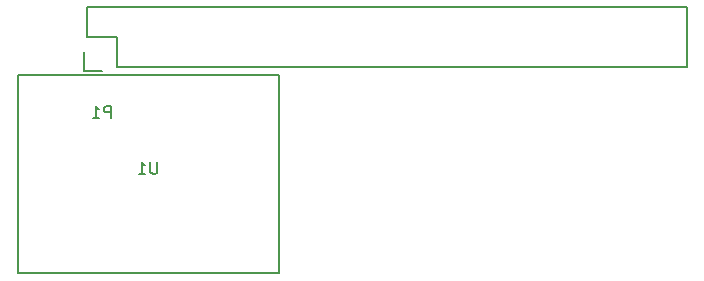
<source format=gbr>
G04 #@! TF.FileFunction,Legend,Bot*
%FSLAX46Y46*%
G04 Gerber Fmt 4.6, Leading zero omitted, Abs format (unit mm)*
G04 Created by KiCad (PCBNEW 4.0.2+dfsg1-stable) date ថ្ងៃ​ព្រហស្បតិ៍ ថ្ងៃ 15 ខែ មិនា ឆ្នាំ  2018, 15 ម៉ោង m នាទី 55 វិនាទី​*
%MOMM*%
G01*
G04 APERTURE LIST*
%ADD10C,0.100000*%
%ADD11C,0.150000*%
G04 APERTURE END LIST*
D10*
D11*
X178960000Y-94530000D02*
X128160000Y-94530000D01*
X130700000Y-99610000D02*
X178960000Y-99610000D01*
X178960000Y-94530000D02*
X178960000Y-99610000D01*
X128160000Y-94530000D02*
X128160000Y-97070000D01*
X129430000Y-99890000D02*
X127880000Y-99890000D01*
X128160000Y-97070000D02*
X130700000Y-97070000D01*
X130700000Y-97070000D02*
X130700000Y-99610000D01*
X127880000Y-99890000D02*
X127880000Y-98340000D01*
X144399000Y-100294000D02*
X122301000Y-100294000D01*
X144399000Y-117058000D02*
X144399000Y-100294000D01*
X122301000Y-117058000D02*
X144399000Y-117058000D01*
X122301000Y-117058000D02*
X122301000Y-100294000D01*
X130168095Y-103892381D02*
X130168095Y-102892381D01*
X129787142Y-102892381D01*
X129691904Y-102940000D01*
X129644285Y-102987619D01*
X129596666Y-103082857D01*
X129596666Y-103225714D01*
X129644285Y-103320952D01*
X129691904Y-103368571D01*
X129787142Y-103416190D01*
X130168095Y-103416190D01*
X128644285Y-103892381D02*
X129215714Y-103892381D01*
X128930000Y-103892381D02*
X128930000Y-102892381D01*
X129025238Y-103035238D01*
X129120476Y-103130476D01*
X129215714Y-103178095D01*
X134111905Y-107628381D02*
X134111905Y-108437905D01*
X134064286Y-108533143D01*
X134016667Y-108580762D01*
X133921429Y-108628381D01*
X133730952Y-108628381D01*
X133635714Y-108580762D01*
X133588095Y-108533143D01*
X133540476Y-108437905D01*
X133540476Y-107628381D01*
X132540476Y-108628381D02*
X133111905Y-108628381D01*
X132826191Y-108628381D02*
X132826191Y-107628381D01*
X132921429Y-107771238D01*
X133016667Y-107866476D01*
X133111905Y-107914095D01*
M02*

</source>
